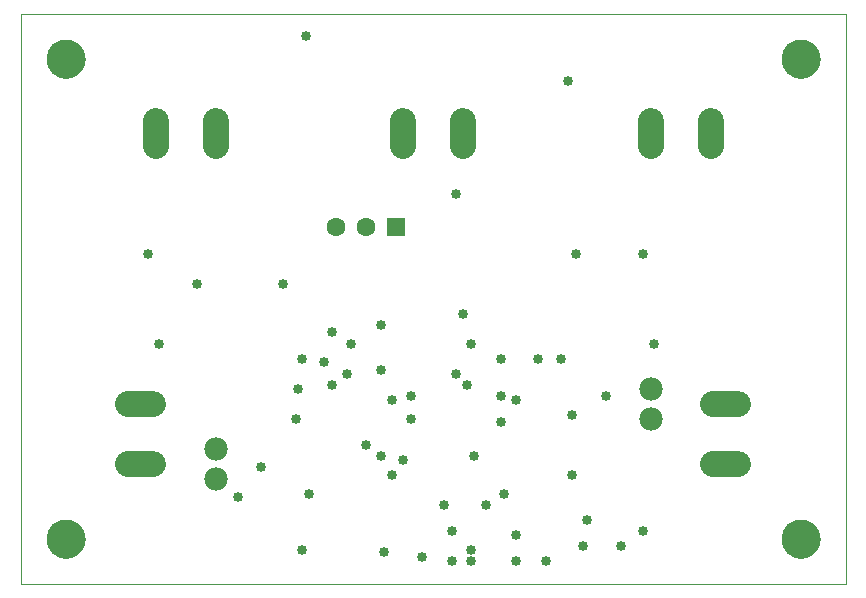
<source format=gbs>
G75*
%MOIN*%
%OFA0B0*%
%FSLAX25Y25*%
%IPPOS*%
%LPD*%
%AMOC8*
5,1,8,0,0,1.08239X$1,22.5*
%
%ADD10C,0.00000*%
%ADD11C,0.12998*%
%ADD12C,0.08650*%
%ADD13C,0.07800*%
%ADD14R,0.06306X0.06306*%
%ADD15C,0.06306*%
%ADD16C,0.03353*%
D10*
X0001600Y0003690D02*
X0001600Y0193690D01*
X0276600Y0193690D01*
X0276600Y0003690D01*
X0001600Y0003690D01*
X0010301Y0018690D02*
X0010303Y0018848D01*
X0010309Y0019006D01*
X0010319Y0019164D01*
X0010333Y0019322D01*
X0010351Y0019479D01*
X0010372Y0019636D01*
X0010398Y0019792D01*
X0010428Y0019948D01*
X0010461Y0020103D01*
X0010499Y0020256D01*
X0010540Y0020409D01*
X0010585Y0020561D01*
X0010634Y0020712D01*
X0010687Y0020861D01*
X0010743Y0021009D01*
X0010803Y0021155D01*
X0010867Y0021300D01*
X0010935Y0021443D01*
X0011006Y0021585D01*
X0011080Y0021725D01*
X0011158Y0021862D01*
X0011240Y0021998D01*
X0011324Y0022132D01*
X0011413Y0022263D01*
X0011504Y0022392D01*
X0011599Y0022519D01*
X0011696Y0022644D01*
X0011797Y0022766D01*
X0011901Y0022885D01*
X0012008Y0023002D01*
X0012118Y0023116D01*
X0012231Y0023227D01*
X0012346Y0023336D01*
X0012464Y0023441D01*
X0012585Y0023543D01*
X0012708Y0023643D01*
X0012834Y0023739D01*
X0012962Y0023832D01*
X0013092Y0023922D01*
X0013225Y0024008D01*
X0013360Y0024092D01*
X0013496Y0024171D01*
X0013635Y0024248D01*
X0013776Y0024320D01*
X0013918Y0024390D01*
X0014062Y0024455D01*
X0014208Y0024517D01*
X0014355Y0024575D01*
X0014504Y0024630D01*
X0014654Y0024681D01*
X0014805Y0024728D01*
X0014957Y0024771D01*
X0015110Y0024810D01*
X0015265Y0024846D01*
X0015420Y0024877D01*
X0015576Y0024905D01*
X0015732Y0024929D01*
X0015889Y0024949D01*
X0016047Y0024965D01*
X0016204Y0024977D01*
X0016363Y0024985D01*
X0016521Y0024989D01*
X0016679Y0024989D01*
X0016837Y0024985D01*
X0016996Y0024977D01*
X0017153Y0024965D01*
X0017311Y0024949D01*
X0017468Y0024929D01*
X0017624Y0024905D01*
X0017780Y0024877D01*
X0017935Y0024846D01*
X0018090Y0024810D01*
X0018243Y0024771D01*
X0018395Y0024728D01*
X0018546Y0024681D01*
X0018696Y0024630D01*
X0018845Y0024575D01*
X0018992Y0024517D01*
X0019138Y0024455D01*
X0019282Y0024390D01*
X0019424Y0024320D01*
X0019565Y0024248D01*
X0019704Y0024171D01*
X0019840Y0024092D01*
X0019975Y0024008D01*
X0020108Y0023922D01*
X0020238Y0023832D01*
X0020366Y0023739D01*
X0020492Y0023643D01*
X0020615Y0023543D01*
X0020736Y0023441D01*
X0020854Y0023336D01*
X0020969Y0023227D01*
X0021082Y0023116D01*
X0021192Y0023002D01*
X0021299Y0022885D01*
X0021403Y0022766D01*
X0021504Y0022644D01*
X0021601Y0022519D01*
X0021696Y0022392D01*
X0021787Y0022263D01*
X0021876Y0022132D01*
X0021960Y0021998D01*
X0022042Y0021862D01*
X0022120Y0021725D01*
X0022194Y0021585D01*
X0022265Y0021443D01*
X0022333Y0021300D01*
X0022397Y0021155D01*
X0022457Y0021009D01*
X0022513Y0020861D01*
X0022566Y0020712D01*
X0022615Y0020561D01*
X0022660Y0020409D01*
X0022701Y0020256D01*
X0022739Y0020103D01*
X0022772Y0019948D01*
X0022802Y0019792D01*
X0022828Y0019636D01*
X0022849Y0019479D01*
X0022867Y0019322D01*
X0022881Y0019164D01*
X0022891Y0019006D01*
X0022897Y0018848D01*
X0022899Y0018690D01*
X0022897Y0018532D01*
X0022891Y0018374D01*
X0022881Y0018216D01*
X0022867Y0018058D01*
X0022849Y0017901D01*
X0022828Y0017744D01*
X0022802Y0017588D01*
X0022772Y0017432D01*
X0022739Y0017277D01*
X0022701Y0017124D01*
X0022660Y0016971D01*
X0022615Y0016819D01*
X0022566Y0016668D01*
X0022513Y0016519D01*
X0022457Y0016371D01*
X0022397Y0016225D01*
X0022333Y0016080D01*
X0022265Y0015937D01*
X0022194Y0015795D01*
X0022120Y0015655D01*
X0022042Y0015518D01*
X0021960Y0015382D01*
X0021876Y0015248D01*
X0021787Y0015117D01*
X0021696Y0014988D01*
X0021601Y0014861D01*
X0021504Y0014736D01*
X0021403Y0014614D01*
X0021299Y0014495D01*
X0021192Y0014378D01*
X0021082Y0014264D01*
X0020969Y0014153D01*
X0020854Y0014044D01*
X0020736Y0013939D01*
X0020615Y0013837D01*
X0020492Y0013737D01*
X0020366Y0013641D01*
X0020238Y0013548D01*
X0020108Y0013458D01*
X0019975Y0013372D01*
X0019840Y0013288D01*
X0019704Y0013209D01*
X0019565Y0013132D01*
X0019424Y0013060D01*
X0019282Y0012990D01*
X0019138Y0012925D01*
X0018992Y0012863D01*
X0018845Y0012805D01*
X0018696Y0012750D01*
X0018546Y0012699D01*
X0018395Y0012652D01*
X0018243Y0012609D01*
X0018090Y0012570D01*
X0017935Y0012534D01*
X0017780Y0012503D01*
X0017624Y0012475D01*
X0017468Y0012451D01*
X0017311Y0012431D01*
X0017153Y0012415D01*
X0016996Y0012403D01*
X0016837Y0012395D01*
X0016679Y0012391D01*
X0016521Y0012391D01*
X0016363Y0012395D01*
X0016204Y0012403D01*
X0016047Y0012415D01*
X0015889Y0012431D01*
X0015732Y0012451D01*
X0015576Y0012475D01*
X0015420Y0012503D01*
X0015265Y0012534D01*
X0015110Y0012570D01*
X0014957Y0012609D01*
X0014805Y0012652D01*
X0014654Y0012699D01*
X0014504Y0012750D01*
X0014355Y0012805D01*
X0014208Y0012863D01*
X0014062Y0012925D01*
X0013918Y0012990D01*
X0013776Y0013060D01*
X0013635Y0013132D01*
X0013496Y0013209D01*
X0013360Y0013288D01*
X0013225Y0013372D01*
X0013092Y0013458D01*
X0012962Y0013548D01*
X0012834Y0013641D01*
X0012708Y0013737D01*
X0012585Y0013837D01*
X0012464Y0013939D01*
X0012346Y0014044D01*
X0012231Y0014153D01*
X0012118Y0014264D01*
X0012008Y0014378D01*
X0011901Y0014495D01*
X0011797Y0014614D01*
X0011696Y0014736D01*
X0011599Y0014861D01*
X0011504Y0014988D01*
X0011413Y0015117D01*
X0011324Y0015248D01*
X0011240Y0015382D01*
X0011158Y0015518D01*
X0011080Y0015655D01*
X0011006Y0015795D01*
X0010935Y0015937D01*
X0010867Y0016080D01*
X0010803Y0016225D01*
X0010743Y0016371D01*
X0010687Y0016519D01*
X0010634Y0016668D01*
X0010585Y0016819D01*
X0010540Y0016971D01*
X0010499Y0017124D01*
X0010461Y0017277D01*
X0010428Y0017432D01*
X0010398Y0017588D01*
X0010372Y0017744D01*
X0010351Y0017901D01*
X0010333Y0018058D01*
X0010319Y0018216D01*
X0010309Y0018374D01*
X0010303Y0018532D01*
X0010301Y0018690D01*
X0010301Y0178690D02*
X0010303Y0178848D01*
X0010309Y0179006D01*
X0010319Y0179164D01*
X0010333Y0179322D01*
X0010351Y0179479D01*
X0010372Y0179636D01*
X0010398Y0179792D01*
X0010428Y0179948D01*
X0010461Y0180103D01*
X0010499Y0180256D01*
X0010540Y0180409D01*
X0010585Y0180561D01*
X0010634Y0180712D01*
X0010687Y0180861D01*
X0010743Y0181009D01*
X0010803Y0181155D01*
X0010867Y0181300D01*
X0010935Y0181443D01*
X0011006Y0181585D01*
X0011080Y0181725D01*
X0011158Y0181862D01*
X0011240Y0181998D01*
X0011324Y0182132D01*
X0011413Y0182263D01*
X0011504Y0182392D01*
X0011599Y0182519D01*
X0011696Y0182644D01*
X0011797Y0182766D01*
X0011901Y0182885D01*
X0012008Y0183002D01*
X0012118Y0183116D01*
X0012231Y0183227D01*
X0012346Y0183336D01*
X0012464Y0183441D01*
X0012585Y0183543D01*
X0012708Y0183643D01*
X0012834Y0183739D01*
X0012962Y0183832D01*
X0013092Y0183922D01*
X0013225Y0184008D01*
X0013360Y0184092D01*
X0013496Y0184171D01*
X0013635Y0184248D01*
X0013776Y0184320D01*
X0013918Y0184390D01*
X0014062Y0184455D01*
X0014208Y0184517D01*
X0014355Y0184575D01*
X0014504Y0184630D01*
X0014654Y0184681D01*
X0014805Y0184728D01*
X0014957Y0184771D01*
X0015110Y0184810D01*
X0015265Y0184846D01*
X0015420Y0184877D01*
X0015576Y0184905D01*
X0015732Y0184929D01*
X0015889Y0184949D01*
X0016047Y0184965D01*
X0016204Y0184977D01*
X0016363Y0184985D01*
X0016521Y0184989D01*
X0016679Y0184989D01*
X0016837Y0184985D01*
X0016996Y0184977D01*
X0017153Y0184965D01*
X0017311Y0184949D01*
X0017468Y0184929D01*
X0017624Y0184905D01*
X0017780Y0184877D01*
X0017935Y0184846D01*
X0018090Y0184810D01*
X0018243Y0184771D01*
X0018395Y0184728D01*
X0018546Y0184681D01*
X0018696Y0184630D01*
X0018845Y0184575D01*
X0018992Y0184517D01*
X0019138Y0184455D01*
X0019282Y0184390D01*
X0019424Y0184320D01*
X0019565Y0184248D01*
X0019704Y0184171D01*
X0019840Y0184092D01*
X0019975Y0184008D01*
X0020108Y0183922D01*
X0020238Y0183832D01*
X0020366Y0183739D01*
X0020492Y0183643D01*
X0020615Y0183543D01*
X0020736Y0183441D01*
X0020854Y0183336D01*
X0020969Y0183227D01*
X0021082Y0183116D01*
X0021192Y0183002D01*
X0021299Y0182885D01*
X0021403Y0182766D01*
X0021504Y0182644D01*
X0021601Y0182519D01*
X0021696Y0182392D01*
X0021787Y0182263D01*
X0021876Y0182132D01*
X0021960Y0181998D01*
X0022042Y0181862D01*
X0022120Y0181725D01*
X0022194Y0181585D01*
X0022265Y0181443D01*
X0022333Y0181300D01*
X0022397Y0181155D01*
X0022457Y0181009D01*
X0022513Y0180861D01*
X0022566Y0180712D01*
X0022615Y0180561D01*
X0022660Y0180409D01*
X0022701Y0180256D01*
X0022739Y0180103D01*
X0022772Y0179948D01*
X0022802Y0179792D01*
X0022828Y0179636D01*
X0022849Y0179479D01*
X0022867Y0179322D01*
X0022881Y0179164D01*
X0022891Y0179006D01*
X0022897Y0178848D01*
X0022899Y0178690D01*
X0022897Y0178532D01*
X0022891Y0178374D01*
X0022881Y0178216D01*
X0022867Y0178058D01*
X0022849Y0177901D01*
X0022828Y0177744D01*
X0022802Y0177588D01*
X0022772Y0177432D01*
X0022739Y0177277D01*
X0022701Y0177124D01*
X0022660Y0176971D01*
X0022615Y0176819D01*
X0022566Y0176668D01*
X0022513Y0176519D01*
X0022457Y0176371D01*
X0022397Y0176225D01*
X0022333Y0176080D01*
X0022265Y0175937D01*
X0022194Y0175795D01*
X0022120Y0175655D01*
X0022042Y0175518D01*
X0021960Y0175382D01*
X0021876Y0175248D01*
X0021787Y0175117D01*
X0021696Y0174988D01*
X0021601Y0174861D01*
X0021504Y0174736D01*
X0021403Y0174614D01*
X0021299Y0174495D01*
X0021192Y0174378D01*
X0021082Y0174264D01*
X0020969Y0174153D01*
X0020854Y0174044D01*
X0020736Y0173939D01*
X0020615Y0173837D01*
X0020492Y0173737D01*
X0020366Y0173641D01*
X0020238Y0173548D01*
X0020108Y0173458D01*
X0019975Y0173372D01*
X0019840Y0173288D01*
X0019704Y0173209D01*
X0019565Y0173132D01*
X0019424Y0173060D01*
X0019282Y0172990D01*
X0019138Y0172925D01*
X0018992Y0172863D01*
X0018845Y0172805D01*
X0018696Y0172750D01*
X0018546Y0172699D01*
X0018395Y0172652D01*
X0018243Y0172609D01*
X0018090Y0172570D01*
X0017935Y0172534D01*
X0017780Y0172503D01*
X0017624Y0172475D01*
X0017468Y0172451D01*
X0017311Y0172431D01*
X0017153Y0172415D01*
X0016996Y0172403D01*
X0016837Y0172395D01*
X0016679Y0172391D01*
X0016521Y0172391D01*
X0016363Y0172395D01*
X0016204Y0172403D01*
X0016047Y0172415D01*
X0015889Y0172431D01*
X0015732Y0172451D01*
X0015576Y0172475D01*
X0015420Y0172503D01*
X0015265Y0172534D01*
X0015110Y0172570D01*
X0014957Y0172609D01*
X0014805Y0172652D01*
X0014654Y0172699D01*
X0014504Y0172750D01*
X0014355Y0172805D01*
X0014208Y0172863D01*
X0014062Y0172925D01*
X0013918Y0172990D01*
X0013776Y0173060D01*
X0013635Y0173132D01*
X0013496Y0173209D01*
X0013360Y0173288D01*
X0013225Y0173372D01*
X0013092Y0173458D01*
X0012962Y0173548D01*
X0012834Y0173641D01*
X0012708Y0173737D01*
X0012585Y0173837D01*
X0012464Y0173939D01*
X0012346Y0174044D01*
X0012231Y0174153D01*
X0012118Y0174264D01*
X0012008Y0174378D01*
X0011901Y0174495D01*
X0011797Y0174614D01*
X0011696Y0174736D01*
X0011599Y0174861D01*
X0011504Y0174988D01*
X0011413Y0175117D01*
X0011324Y0175248D01*
X0011240Y0175382D01*
X0011158Y0175518D01*
X0011080Y0175655D01*
X0011006Y0175795D01*
X0010935Y0175937D01*
X0010867Y0176080D01*
X0010803Y0176225D01*
X0010743Y0176371D01*
X0010687Y0176519D01*
X0010634Y0176668D01*
X0010585Y0176819D01*
X0010540Y0176971D01*
X0010499Y0177124D01*
X0010461Y0177277D01*
X0010428Y0177432D01*
X0010398Y0177588D01*
X0010372Y0177744D01*
X0010351Y0177901D01*
X0010333Y0178058D01*
X0010319Y0178216D01*
X0010309Y0178374D01*
X0010303Y0178532D01*
X0010301Y0178690D01*
X0255301Y0178690D02*
X0255303Y0178848D01*
X0255309Y0179006D01*
X0255319Y0179164D01*
X0255333Y0179322D01*
X0255351Y0179479D01*
X0255372Y0179636D01*
X0255398Y0179792D01*
X0255428Y0179948D01*
X0255461Y0180103D01*
X0255499Y0180256D01*
X0255540Y0180409D01*
X0255585Y0180561D01*
X0255634Y0180712D01*
X0255687Y0180861D01*
X0255743Y0181009D01*
X0255803Y0181155D01*
X0255867Y0181300D01*
X0255935Y0181443D01*
X0256006Y0181585D01*
X0256080Y0181725D01*
X0256158Y0181862D01*
X0256240Y0181998D01*
X0256324Y0182132D01*
X0256413Y0182263D01*
X0256504Y0182392D01*
X0256599Y0182519D01*
X0256696Y0182644D01*
X0256797Y0182766D01*
X0256901Y0182885D01*
X0257008Y0183002D01*
X0257118Y0183116D01*
X0257231Y0183227D01*
X0257346Y0183336D01*
X0257464Y0183441D01*
X0257585Y0183543D01*
X0257708Y0183643D01*
X0257834Y0183739D01*
X0257962Y0183832D01*
X0258092Y0183922D01*
X0258225Y0184008D01*
X0258360Y0184092D01*
X0258496Y0184171D01*
X0258635Y0184248D01*
X0258776Y0184320D01*
X0258918Y0184390D01*
X0259062Y0184455D01*
X0259208Y0184517D01*
X0259355Y0184575D01*
X0259504Y0184630D01*
X0259654Y0184681D01*
X0259805Y0184728D01*
X0259957Y0184771D01*
X0260110Y0184810D01*
X0260265Y0184846D01*
X0260420Y0184877D01*
X0260576Y0184905D01*
X0260732Y0184929D01*
X0260889Y0184949D01*
X0261047Y0184965D01*
X0261204Y0184977D01*
X0261363Y0184985D01*
X0261521Y0184989D01*
X0261679Y0184989D01*
X0261837Y0184985D01*
X0261996Y0184977D01*
X0262153Y0184965D01*
X0262311Y0184949D01*
X0262468Y0184929D01*
X0262624Y0184905D01*
X0262780Y0184877D01*
X0262935Y0184846D01*
X0263090Y0184810D01*
X0263243Y0184771D01*
X0263395Y0184728D01*
X0263546Y0184681D01*
X0263696Y0184630D01*
X0263845Y0184575D01*
X0263992Y0184517D01*
X0264138Y0184455D01*
X0264282Y0184390D01*
X0264424Y0184320D01*
X0264565Y0184248D01*
X0264704Y0184171D01*
X0264840Y0184092D01*
X0264975Y0184008D01*
X0265108Y0183922D01*
X0265238Y0183832D01*
X0265366Y0183739D01*
X0265492Y0183643D01*
X0265615Y0183543D01*
X0265736Y0183441D01*
X0265854Y0183336D01*
X0265969Y0183227D01*
X0266082Y0183116D01*
X0266192Y0183002D01*
X0266299Y0182885D01*
X0266403Y0182766D01*
X0266504Y0182644D01*
X0266601Y0182519D01*
X0266696Y0182392D01*
X0266787Y0182263D01*
X0266876Y0182132D01*
X0266960Y0181998D01*
X0267042Y0181862D01*
X0267120Y0181725D01*
X0267194Y0181585D01*
X0267265Y0181443D01*
X0267333Y0181300D01*
X0267397Y0181155D01*
X0267457Y0181009D01*
X0267513Y0180861D01*
X0267566Y0180712D01*
X0267615Y0180561D01*
X0267660Y0180409D01*
X0267701Y0180256D01*
X0267739Y0180103D01*
X0267772Y0179948D01*
X0267802Y0179792D01*
X0267828Y0179636D01*
X0267849Y0179479D01*
X0267867Y0179322D01*
X0267881Y0179164D01*
X0267891Y0179006D01*
X0267897Y0178848D01*
X0267899Y0178690D01*
X0267897Y0178532D01*
X0267891Y0178374D01*
X0267881Y0178216D01*
X0267867Y0178058D01*
X0267849Y0177901D01*
X0267828Y0177744D01*
X0267802Y0177588D01*
X0267772Y0177432D01*
X0267739Y0177277D01*
X0267701Y0177124D01*
X0267660Y0176971D01*
X0267615Y0176819D01*
X0267566Y0176668D01*
X0267513Y0176519D01*
X0267457Y0176371D01*
X0267397Y0176225D01*
X0267333Y0176080D01*
X0267265Y0175937D01*
X0267194Y0175795D01*
X0267120Y0175655D01*
X0267042Y0175518D01*
X0266960Y0175382D01*
X0266876Y0175248D01*
X0266787Y0175117D01*
X0266696Y0174988D01*
X0266601Y0174861D01*
X0266504Y0174736D01*
X0266403Y0174614D01*
X0266299Y0174495D01*
X0266192Y0174378D01*
X0266082Y0174264D01*
X0265969Y0174153D01*
X0265854Y0174044D01*
X0265736Y0173939D01*
X0265615Y0173837D01*
X0265492Y0173737D01*
X0265366Y0173641D01*
X0265238Y0173548D01*
X0265108Y0173458D01*
X0264975Y0173372D01*
X0264840Y0173288D01*
X0264704Y0173209D01*
X0264565Y0173132D01*
X0264424Y0173060D01*
X0264282Y0172990D01*
X0264138Y0172925D01*
X0263992Y0172863D01*
X0263845Y0172805D01*
X0263696Y0172750D01*
X0263546Y0172699D01*
X0263395Y0172652D01*
X0263243Y0172609D01*
X0263090Y0172570D01*
X0262935Y0172534D01*
X0262780Y0172503D01*
X0262624Y0172475D01*
X0262468Y0172451D01*
X0262311Y0172431D01*
X0262153Y0172415D01*
X0261996Y0172403D01*
X0261837Y0172395D01*
X0261679Y0172391D01*
X0261521Y0172391D01*
X0261363Y0172395D01*
X0261204Y0172403D01*
X0261047Y0172415D01*
X0260889Y0172431D01*
X0260732Y0172451D01*
X0260576Y0172475D01*
X0260420Y0172503D01*
X0260265Y0172534D01*
X0260110Y0172570D01*
X0259957Y0172609D01*
X0259805Y0172652D01*
X0259654Y0172699D01*
X0259504Y0172750D01*
X0259355Y0172805D01*
X0259208Y0172863D01*
X0259062Y0172925D01*
X0258918Y0172990D01*
X0258776Y0173060D01*
X0258635Y0173132D01*
X0258496Y0173209D01*
X0258360Y0173288D01*
X0258225Y0173372D01*
X0258092Y0173458D01*
X0257962Y0173548D01*
X0257834Y0173641D01*
X0257708Y0173737D01*
X0257585Y0173837D01*
X0257464Y0173939D01*
X0257346Y0174044D01*
X0257231Y0174153D01*
X0257118Y0174264D01*
X0257008Y0174378D01*
X0256901Y0174495D01*
X0256797Y0174614D01*
X0256696Y0174736D01*
X0256599Y0174861D01*
X0256504Y0174988D01*
X0256413Y0175117D01*
X0256324Y0175248D01*
X0256240Y0175382D01*
X0256158Y0175518D01*
X0256080Y0175655D01*
X0256006Y0175795D01*
X0255935Y0175937D01*
X0255867Y0176080D01*
X0255803Y0176225D01*
X0255743Y0176371D01*
X0255687Y0176519D01*
X0255634Y0176668D01*
X0255585Y0176819D01*
X0255540Y0176971D01*
X0255499Y0177124D01*
X0255461Y0177277D01*
X0255428Y0177432D01*
X0255398Y0177588D01*
X0255372Y0177744D01*
X0255351Y0177901D01*
X0255333Y0178058D01*
X0255319Y0178216D01*
X0255309Y0178374D01*
X0255303Y0178532D01*
X0255301Y0178690D01*
X0255301Y0018690D02*
X0255303Y0018848D01*
X0255309Y0019006D01*
X0255319Y0019164D01*
X0255333Y0019322D01*
X0255351Y0019479D01*
X0255372Y0019636D01*
X0255398Y0019792D01*
X0255428Y0019948D01*
X0255461Y0020103D01*
X0255499Y0020256D01*
X0255540Y0020409D01*
X0255585Y0020561D01*
X0255634Y0020712D01*
X0255687Y0020861D01*
X0255743Y0021009D01*
X0255803Y0021155D01*
X0255867Y0021300D01*
X0255935Y0021443D01*
X0256006Y0021585D01*
X0256080Y0021725D01*
X0256158Y0021862D01*
X0256240Y0021998D01*
X0256324Y0022132D01*
X0256413Y0022263D01*
X0256504Y0022392D01*
X0256599Y0022519D01*
X0256696Y0022644D01*
X0256797Y0022766D01*
X0256901Y0022885D01*
X0257008Y0023002D01*
X0257118Y0023116D01*
X0257231Y0023227D01*
X0257346Y0023336D01*
X0257464Y0023441D01*
X0257585Y0023543D01*
X0257708Y0023643D01*
X0257834Y0023739D01*
X0257962Y0023832D01*
X0258092Y0023922D01*
X0258225Y0024008D01*
X0258360Y0024092D01*
X0258496Y0024171D01*
X0258635Y0024248D01*
X0258776Y0024320D01*
X0258918Y0024390D01*
X0259062Y0024455D01*
X0259208Y0024517D01*
X0259355Y0024575D01*
X0259504Y0024630D01*
X0259654Y0024681D01*
X0259805Y0024728D01*
X0259957Y0024771D01*
X0260110Y0024810D01*
X0260265Y0024846D01*
X0260420Y0024877D01*
X0260576Y0024905D01*
X0260732Y0024929D01*
X0260889Y0024949D01*
X0261047Y0024965D01*
X0261204Y0024977D01*
X0261363Y0024985D01*
X0261521Y0024989D01*
X0261679Y0024989D01*
X0261837Y0024985D01*
X0261996Y0024977D01*
X0262153Y0024965D01*
X0262311Y0024949D01*
X0262468Y0024929D01*
X0262624Y0024905D01*
X0262780Y0024877D01*
X0262935Y0024846D01*
X0263090Y0024810D01*
X0263243Y0024771D01*
X0263395Y0024728D01*
X0263546Y0024681D01*
X0263696Y0024630D01*
X0263845Y0024575D01*
X0263992Y0024517D01*
X0264138Y0024455D01*
X0264282Y0024390D01*
X0264424Y0024320D01*
X0264565Y0024248D01*
X0264704Y0024171D01*
X0264840Y0024092D01*
X0264975Y0024008D01*
X0265108Y0023922D01*
X0265238Y0023832D01*
X0265366Y0023739D01*
X0265492Y0023643D01*
X0265615Y0023543D01*
X0265736Y0023441D01*
X0265854Y0023336D01*
X0265969Y0023227D01*
X0266082Y0023116D01*
X0266192Y0023002D01*
X0266299Y0022885D01*
X0266403Y0022766D01*
X0266504Y0022644D01*
X0266601Y0022519D01*
X0266696Y0022392D01*
X0266787Y0022263D01*
X0266876Y0022132D01*
X0266960Y0021998D01*
X0267042Y0021862D01*
X0267120Y0021725D01*
X0267194Y0021585D01*
X0267265Y0021443D01*
X0267333Y0021300D01*
X0267397Y0021155D01*
X0267457Y0021009D01*
X0267513Y0020861D01*
X0267566Y0020712D01*
X0267615Y0020561D01*
X0267660Y0020409D01*
X0267701Y0020256D01*
X0267739Y0020103D01*
X0267772Y0019948D01*
X0267802Y0019792D01*
X0267828Y0019636D01*
X0267849Y0019479D01*
X0267867Y0019322D01*
X0267881Y0019164D01*
X0267891Y0019006D01*
X0267897Y0018848D01*
X0267899Y0018690D01*
X0267897Y0018532D01*
X0267891Y0018374D01*
X0267881Y0018216D01*
X0267867Y0018058D01*
X0267849Y0017901D01*
X0267828Y0017744D01*
X0267802Y0017588D01*
X0267772Y0017432D01*
X0267739Y0017277D01*
X0267701Y0017124D01*
X0267660Y0016971D01*
X0267615Y0016819D01*
X0267566Y0016668D01*
X0267513Y0016519D01*
X0267457Y0016371D01*
X0267397Y0016225D01*
X0267333Y0016080D01*
X0267265Y0015937D01*
X0267194Y0015795D01*
X0267120Y0015655D01*
X0267042Y0015518D01*
X0266960Y0015382D01*
X0266876Y0015248D01*
X0266787Y0015117D01*
X0266696Y0014988D01*
X0266601Y0014861D01*
X0266504Y0014736D01*
X0266403Y0014614D01*
X0266299Y0014495D01*
X0266192Y0014378D01*
X0266082Y0014264D01*
X0265969Y0014153D01*
X0265854Y0014044D01*
X0265736Y0013939D01*
X0265615Y0013837D01*
X0265492Y0013737D01*
X0265366Y0013641D01*
X0265238Y0013548D01*
X0265108Y0013458D01*
X0264975Y0013372D01*
X0264840Y0013288D01*
X0264704Y0013209D01*
X0264565Y0013132D01*
X0264424Y0013060D01*
X0264282Y0012990D01*
X0264138Y0012925D01*
X0263992Y0012863D01*
X0263845Y0012805D01*
X0263696Y0012750D01*
X0263546Y0012699D01*
X0263395Y0012652D01*
X0263243Y0012609D01*
X0263090Y0012570D01*
X0262935Y0012534D01*
X0262780Y0012503D01*
X0262624Y0012475D01*
X0262468Y0012451D01*
X0262311Y0012431D01*
X0262153Y0012415D01*
X0261996Y0012403D01*
X0261837Y0012395D01*
X0261679Y0012391D01*
X0261521Y0012391D01*
X0261363Y0012395D01*
X0261204Y0012403D01*
X0261047Y0012415D01*
X0260889Y0012431D01*
X0260732Y0012451D01*
X0260576Y0012475D01*
X0260420Y0012503D01*
X0260265Y0012534D01*
X0260110Y0012570D01*
X0259957Y0012609D01*
X0259805Y0012652D01*
X0259654Y0012699D01*
X0259504Y0012750D01*
X0259355Y0012805D01*
X0259208Y0012863D01*
X0259062Y0012925D01*
X0258918Y0012990D01*
X0258776Y0013060D01*
X0258635Y0013132D01*
X0258496Y0013209D01*
X0258360Y0013288D01*
X0258225Y0013372D01*
X0258092Y0013458D01*
X0257962Y0013548D01*
X0257834Y0013641D01*
X0257708Y0013737D01*
X0257585Y0013837D01*
X0257464Y0013939D01*
X0257346Y0014044D01*
X0257231Y0014153D01*
X0257118Y0014264D01*
X0257008Y0014378D01*
X0256901Y0014495D01*
X0256797Y0014614D01*
X0256696Y0014736D01*
X0256599Y0014861D01*
X0256504Y0014988D01*
X0256413Y0015117D01*
X0256324Y0015248D01*
X0256240Y0015382D01*
X0256158Y0015518D01*
X0256080Y0015655D01*
X0256006Y0015795D01*
X0255935Y0015937D01*
X0255867Y0016080D01*
X0255803Y0016225D01*
X0255743Y0016371D01*
X0255687Y0016519D01*
X0255634Y0016668D01*
X0255585Y0016819D01*
X0255540Y0016971D01*
X0255499Y0017124D01*
X0255461Y0017277D01*
X0255428Y0017432D01*
X0255398Y0017588D01*
X0255372Y0017744D01*
X0255351Y0017901D01*
X0255333Y0018058D01*
X0255319Y0018216D01*
X0255309Y0018374D01*
X0255303Y0018532D01*
X0255301Y0018690D01*
D11*
X0261600Y0018690D03*
X0261600Y0178690D03*
X0016600Y0178690D03*
X0016600Y0018690D03*
D12*
X0037475Y0043690D02*
X0045725Y0043690D01*
X0045725Y0063690D02*
X0037475Y0063690D01*
X0046600Y0149565D02*
X0046600Y0157815D01*
X0066600Y0157815D02*
X0066600Y0149565D01*
X0129100Y0149565D02*
X0129100Y0157815D01*
X0149100Y0157815D02*
X0149100Y0149565D01*
X0211600Y0149565D02*
X0211600Y0157815D01*
X0231600Y0157815D02*
X0231600Y0149565D01*
X0232475Y0063690D02*
X0240725Y0063690D01*
X0240725Y0043690D02*
X0232475Y0043690D01*
D13*
X0211600Y0058690D03*
X0211600Y0068690D03*
X0066600Y0048690D03*
X0066600Y0038690D03*
D14*
X0126600Y0122549D03*
D15*
X0116600Y0122549D03*
X0106600Y0122549D03*
D16*
X0089100Y0103690D03*
X0105350Y0087440D03*
X0111600Y0083690D03*
X0102850Y0077440D03*
X0095350Y0078690D03*
X0094100Y0068690D03*
X0105350Y0069940D03*
X0110350Y0073690D03*
X0121600Y0074940D03*
X0125350Y0064940D03*
X0131600Y0066190D03*
X0131600Y0058690D03*
X0116600Y0049940D03*
X0121600Y0046190D03*
X0125350Y0039940D03*
X0129100Y0044940D03*
X0142850Y0029940D03*
X0145350Y0021190D03*
X0151600Y0014940D03*
X0151600Y0011190D03*
X0145350Y0011190D03*
X0135350Y0012440D03*
X0122850Y0014315D03*
X0095350Y0014940D03*
X0074100Y0032440D03*
X0081600Y0042440D03*
X0097850Y0033690D03*
X0093475Y0058690D03*
X0121600Y0089940D03*
X0146600Y0073690D03*
X0150350Y0069940D03*
X0161600Y0066190D03*
X0166600Y0064940D03*
X0161600Y0057440D03*
X0152850Y0046190D03*
X0162850Y0033690D03*
X0156600Y0029940D03*
X0166600Y0019940D03*
X0166600Y0011190D03*
X0176600Y0011190D03*
X0189100Y0016190D03*
X0190350Y0024940D03*
X0201600Y0016190D03*
X0209100Y0021190D03*
X0185350Y0039940D03*
X0185350Y0059940D03*
X0196600Y0066190D03*
X0181600Y0078690D03*
X0174100Y0078690D03*
X0161600Y0078690D03*
X0151600Y0083690D03*
X0149100Y0093690D03*
X0186600Y0113690D03*
X0209100Y0113690D03*
X0212850Y0083690D03*
X0146600Y0133690D03*
X0184100Y0171190D03*
X0096600Y0186190D03*
X0044100Y0113690D03*
X0060350Y0103690D03*
X0047850Y0083690D03*
M02*

</source>
